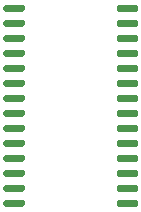
<source format=gtp>
%TF.GenerationSoftware,KiCad,Pcbnew,(5.1.10)-1*%
%TF.CreationDate,2022-09-29T16:57:17+02:00*%
%TF.ProjectId,Arduino Quantizer TK V1,41726475-696e-46f2-9051-75616e74697a,rev?*%
%TF.SameCoordinates,Original*%
%TF.FileFunction,Paste,Top*%
%TF.FilePolarity,Positive*%
%FSLAX46Y46*%
G04 Gerber Fmt 4.6, Leading zero omitted, Abs format (unit mm)*
G04 Created by KiCad (PCBNEW (5.1.10)-1) date 2022-09-29 16:57:17*
%MOMM*%
%LPD*%
G01*
G04 APERTURE LIST*
G04 APERTURE END LIST*
G36*
G01*
X193726900Y-90751800D02*
X193726900Y-90451800D01*
G75*
G02*
X193876900Y-90301800I150000J0D01*
G01*
X195376900Y-90301800D01*
G75*
G02*
X195526900Y-90451800I0J-150000D01*
G01*
X195526900Y-90751800D01*
G75*
G02*
X195376900Y-90901800I-150000J0D01*
G01*
X193876900Y-90901800D01*
G75*
G02*
X193726900Y-90751800I0J150000D01*
G01*
G37*
G36*
G01*
X193726900Y-92021800D02*
X193726900Y-91721800D01*
G75*
G02*
X193876900Y-91571800I150000J0D01*
G01*
X195376900Y-91571800D01*
G75*
G02*
X195526900Y-91721800I0J-150000D01*
G01*
X195526900Y-92021800D01*
G75*
G02*
X195376900Y-92171800I-150000J0D01*
G01*
X193876900Y-92171800D01*
G75*
G02*
X193726900Y-92021800I0J150000D01*
G01*
G37*
G36*
G01*
X193726900Y-93291800D02*
X193726900Y-92991800D01*
G75*
G02*
X193876900Y-92841800I150000J0D01*
G01*
X195376900Y-92841800D01*
G75*
G02*
X195526900Y-92991800I0J-150000D01*
G01*
X195526900Y-93291800D01*
G75*
G02*
X195376900Y-93441800I-150000J0D01*
G01*
X193876900Y-93441800D01*
G75*
G02*
X193726900Y-93291800I0J150000D01*
G01*
G37*
G36*
G01*
X193726900Y-94561800D02*
X193726900Y-94261800D01*
G75*
G02*
X193876900Y-94111800I150000J0D01*
G01*
X195376900Y-94111800D01*
G75*
G02*
X195526900Y-94261800I0J-150000D01*
G01*
X195526900Y-94561800D01*
G75*
G02*
X195376900Y-94711800I-150000J0D01*
G01*
X193876900Y-94711800D01*
G75*
G02*
X193726900Y-94561800I0J150000D01*
G01*
G37*
G36*
G01*
X193726900Y-95831800D02*
X193726900Y-95531800D01*
G75*
G02*
X193876900Y-95381800I150000J0D01*
G01*
X195376900Y-95381800D01*
G75*
G02*
X195526900Y-95531800I0J-150000D01*
G01*
X195526900Y-95831800D01*
G75*
G02*
X195376900Y-95981800I-150000J0D01*
G01*
X193876900Y-95981800D01*
G75*
G02*
X193726900Y-95831800I0J150000D01*
G01*
G37*
G36*
G01*
X193726900Y-97101800D02*
X193726900Y-96801800D01*
G75*
G02*
X193876900Y-96651800I150000J0D01*
G01*
X195376900Y-96651800D01*
G75*
G02*
X195526900Y-96801800I0J-150000D01*
G01*
X195526900Y-97101800D01*
G75*
G02*
X195376900Y-97251800I-150000J0D01*
G01*
X193876900Y-97251800D01*
G75*
G02*
X193726900Y-97101800I0J150000D01*
G01*
G37*
G36*
G01*
X193726900Y-98371800D02*
X193726900Y-98071800D01*
G75*
G02*
X193876900Y-97921800I150000J0D01*
G01*
X195376900Y-97921800D01*
G75*
G02*
X195526900Y-98071800I0J-150000D01*
G01*
X195526900Y-98371800D01*
G75*
G02*
X195376900Y-98521800I-150000J0D01*
G01*
X193876900Y-98521800D01*
G75*
G02*
X193726900Y-98371800I0J150000D01*
G01*
G37*
G36*
G01*
X193726900Y-99641800D02*
X193726900Y-99341800D01*
G75*
G02*
X193876900Y-99191800I150000J0D01*
G01*
X195376900Y-99191800D01*
G75*
G02*
X195526900Y-99341800I0J-150000D01*
G01*
X195526900Y-99641800D01*
G75*
G02*
X195376900Y-99791800I-150000J0D01*
G01*
X193876900Y-99791800D01*
G75*
G02*
X193726900Y-99641800I0J150000D01*
G01*
G37*
G36*
G01*
X193726900Y-100911800D02*
X193726900Y-100611800D01*
G75*
G02*
X193876900Y-100461800I150000J0D01*
G01*
X195376900Y-100461800D01*
G75*
G02*
X195526900Y-100611800I0J-150000D01*
G01*
X195526900Y-100911800D01*
G75*
G02*
X195376900Y-101061800I-150000J0D01*
G01*
X193876900Y-101061800D01*
G75*
G02*
X193726900Y-100911800I0J150000D01*
G01*
G37*
G36*
G01*
X193726900Y-102181800D02*
X193726900Y-101881800D01*
G75*
G02*
X193876900Y-101731800I150000J0D01*
G01*
X195376900Y-101731800D01*
G75*
G02*
X195526900Y-101881800I0J-150000D01*
G01*
X195526900Y-102181800D01*
G75*
G02*
X195376900Y-102331800I-150000J0D01*
G01*
X193876900Y-102331800D01*
G75*
G02*
X193726900Y-102181800I0J150000D01*
G01*
G37*
G36*
G01*
X193726900Y-103451800D02*
X193726900Y-103151800D01*
G75*
G02*
X193876900Y-103001800I150000J0D01*
G01*
X195376900Y-103001800D01*
G75*
G02*
X195526900Y-103151800I0J-150000D01*
G01*
X195526900Y-103451800D01*
G75*
G02*
X195376900Y-103601800I-150000J0D01*
G01*
X193876900Y-103601800D01*
G75*
G02*
X193726900Y-103451800I0J150000D01*
G01*
G37*
G36*
G01*
X193726900Y-104721800D02*
X193726900Y-104421800D01*
G75*
G02*
X193876900Y-104271800I150000J0D01*
G01*
X195376900Y-104271800D01*
G75*
G02*
X195526900Y-104421800I0J-150000D01*
G01*
X195526900Y-104721800D01*
G75*
G02*
X195376900Y-104871800I-150000J0D01*
G01*
X193876900Y-104871800D01*
G75*
G02*
X193726900Y-104721800I0J150000D01*
G01*
G37*
G36*
G01*
X193726900Y-105991800D02*
X193726900Y-105691800D01*
G75*
G02*
X193876900Y-105541800I150000J0D01*
G01*
X195376900Y-105541800D01*
G75*
G02*
X195526900Y-105691800I0J-150000D01*
G01*
X195526900Y-105991800D01*
G75*
G02*
X195376900Y-106141800I-150000J0D01*
G01*
X193876900Y-106141800D01*
G75*
G02*
X193726900Y-105991800I0J150000D01*
G01*
G37*
G36*
G01*
X193726900Y-107261800D02*
X193726900Y-106961800D01*
G75*
G02*
X193876900Y-106811800I150000J0D01*
G01*
X195376900Y-106811800D01*
G75*
G02*
X195526900Y-106961800I0J-150000D01*
G01*
X195526900Y-107261800D01*
G75*
G02*
X195376900Y-107411800I-150000J0D01*
G01*
X193876900Y-107411800D01*
G75*
G02*
X193726900Y-107261800I0J150000D01*
G01*
G37*
G36*
G01*
X184126900Y-107261800D02*
X184126900Y-106961800D01*
G75*
G02*
X184276900Y-106811800I150000J0D01*
G01*
X185776900Y-106811800D01*
G75*
G02*
X185926900Y-106961800I0J-150000D01*
G01*
X185926900Y-107261800D01*
G75*
G02*
X185776900Y-107411800I-150000J0D01*
G01*
X184276900Y-107411800D01*
G75*
G02*
X184126900Y-107261800I0J150000D01*
G01*
G37*
G36*
G01*
X184126900Y-105991800D02*
X184126900Y-105691800D01*
G75*
G02*
X184276900Y-105541800I150000J0D01*
G01*
X185776900Y-105541800D01*
G75*
G02*
X185926900Y-105691800I0J-150000D01*
G01*
X185926900Y-105991800D01*
G75*
G02*
X185776900Y-106141800I-150000J0D01*
G01*
X184276900Y-106141800D01*
G75*
G02*
X184126900Y-105991800I0J150000D01*
G01*
G37*
G36*
G01*
X184126900Y-104721800D02*
X184126900Y-104421800D01*
G75*
G02*
X184276900Y-104271800I150000J0D01*
G01*
X185776900Y-104271800D01*
G75*
G02*
X185926900Y-104421800I0J-150000D01*
G01*
X185926900Y-104721800D01*
G75*
G02*
X185776900Y-104871800I-150000J0D01*
G01*
X184276900Y-104871800D01*
G75*
G02*
X184126900Y-104721800I0J150000D01*
G01*
G37*
G36*
G01*
X184126900Y-103451800D02*
X184126900Y-103151800D01*
G75*
G02*
X184276900Y-103001800I150000J0D01*
G01*
X185776900Y-103001800D01*
G75*
G02*
X185926900Y-103151800I0J-150000D01*
G01*
X185926900Y-103451800D01*
G75*
G02*
X185776900Y-103601800I-150000J0D01*
G01*
X184276900Y-103601800D01*
G75*
G02*
X184126900Y-103451800I0J150000D01*
G01*
G37*
G36*
G01*
X184126900Y-102181800D02*
X184126900Y-101881800D01*
G75*
G02*
X184276900Y-101731800I150000J0D01*
G01*
X185776900Y-101731800D01*
G75*
G02*
X185926900Y-101881800I0J-150000D01*
G01*
X185926900Y-102181800D01*
G75*
G02*
X185776900Y-102331800I-150000J0D01*
G01*
X184276900Y-102331800D01*
G75*
G02*
X184126900Y-102181800I0J150000D01*
G01*
G37*
G36*
G01*
X184126900Y-100911800D02*
X184126900Y-100611800D01*
G75*
G02*
X184276900Y-100461800I150000J0D01*
G01*
X185776900Y-100461800D01*
G75*
G02*
X185926900Y-100611800I0J-150000D01*
G01*
X185926900Y-100911800D01*
G75*
G02*
X185776900Y-101061800I-150000J0D01*
G01*
X184276900Y-101061800D01*
G75*
G02*
X184126900Y-100911800I0J150000D01*
G01*
G37*
G36*
G01*
X184126900Y-99641800D02*
X184126900Y-99341800D01*
G75*
G02*
X184276900Y-99191800I150000J0D01*
G01*
X185776900Y-99191800D01*
G75*
G02*
X185926900Y-99341800I0J-150000D01*
G01*
X185926900Y-99641800D01*
G75*
G02*
X185776900Y-99791800I-150000J0D01*
G01*
X184276900Y-99791800D01*
G75*
G02*
X184126900Y-99641800I0J150000D01*
G01*
G37*
G36*
G01*
X184126900Y-98371800D02*
X184126900Y-98071800D01*
G75*
G02*
X184276900Y-97921800I150000J0D01*
G01*
X185776900Y-97921800D01*
G75*
G02*
X185926900Y-98071800I0J-150000D01*
G01*
X185926900Y-98371800D01*
G75*
G02*
X185776900Y-98521800I-150000J0D01*
G01*
X184276900Y-98521800D01*
G75*
G02*
X184126900Y-98371800I0J150000D01*
G01*
G37*
G36*
G01*
X184126900Y-97101800D02*
X184126900Y-96801800D01*
G75*
G02*
X184276900Y-96651800I150000J0D01*
G01*
X185776900Y-96651800D01*
G75*
G02*
X185926900Y-96801800I0J-150000D01*
G01*
X185926900Y-97101800D01*
G75*
G02*
X185776900Y-97251800I-150000J0D01*
G01*
X184276900Y-97251800D01*
G75*
G02*
X184126900Y-97101800I0J150000D01*
G01*
G37*
G36*
G01*
X184126900Y-95831800D02*
X184126900Y-95531800D01*
G75*
G02*
X184276900Y-95381800I150000J0D01*
G01*
X185776900Y-95381800D01*
G75*
G02*
X185926900Y-95531800I0J-150000D01*
G01*
X185926900Y-95831800D01*
G75*
G02*
X185776900Y-95981800I-150000J0D01*
G01*
X184276900Y-95981800D01*
G75*
G02*
X184126900Y-95831800I0J150000D01*
G01*
G37*
G36*
G01*
X184126900Y-94561800D02*
X184126900Y-94261800D01*
G75*
G02*
X184276900Y-94111800I150000J0D01*
G01*
X185776900Y-94111800D01*
G75*
G02*
X185926900Y-94261800I0J-150000D01*
G01*
X185926900Y-94561800D01*
G75*
G02*
X185776900Y-94711800I-150000J0D01*
G01*
X184276900Y-94711800D01*
G75*
G02*
X184126900Y-94561800I0J150000D01*
G01*
G37*
G36*
G01*
X184126900Y-93291800D02*
X184126900Y-92991800D01*
G75*
G02*
X184276900Y-92841800I150000J0D01*
G01*
X185776900Y-92841800D01*
G75*
G02*
X185926900Y-92991800I0J-150000D01*
G01*
X185926900Y-93291800D01*
G75*
G02*
X185776900Y-93441800I-150000J0D01*
G01*
X184276900Y-93441800D01*
G75*
G02*
X184126900Y-93291800I0J150000D01*
G01*
G37*
G36*
G01*
X184126900Y-92021800D02*
X184126900Y-91721800D01*
G75*
G02*
X184276900Y-91571800I150000J0D01*
G01*
X185776900Y-91571800D01*
G75*
G02*
X185926900Y-91721800I0J-150000D01*
G01*
X185926900Y-92021800D01*
G75*
G02*
X185776900Y-92171800I-150000J0D01*
G01*
X184276900Y-92171800D01*
G75*
G02*
X184126900Y-92021800I0J150000D01*
G01*
G37*
G36*
G01*
X184126900Y-90751800D02*
X184126900Y-90451800D01*
G75*
G02*
X184276900Y-90301800I150000J0D01*
G01*
X185776900Y-90301800D01*
G75*
G02*
X185926900Y-90451800I0J-150000D01*
G01*
X185926900Y-90751800D01*
G75*
G02*
X185776900Y-90901800I-150000J0D01*
G01*
X184276900Y-90901800D01*
G75*
G02*
X184126900Y-90751800I0J150000D01*
G01*
G37*
M02*

</source>
